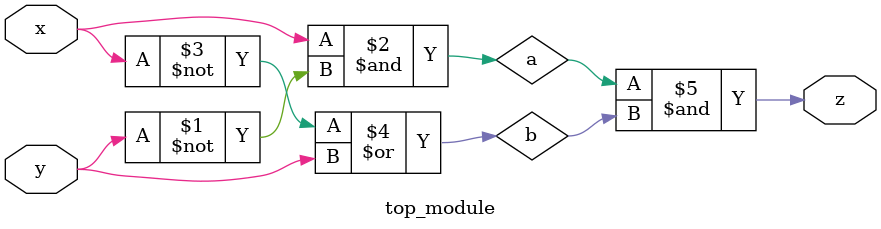
<source format=sv>
module top_module(
    input x,
    input y,
    output z
);

    wire a;
    wire b;

    assign a = x & ~y;
    assign b = ~x | y;
    assign z = a & b;

endmodule

</source>
